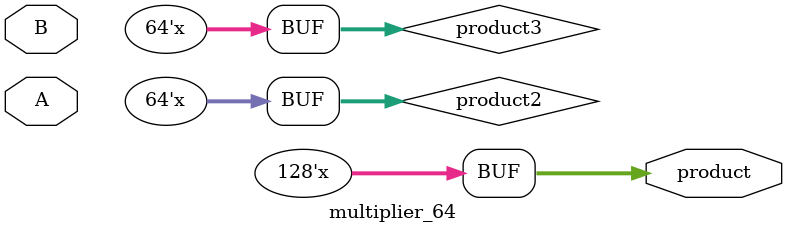
<source format=v>
module multiplier_64(output [127:0] product, input [63:0] A, B);
    /*
        Implement a 64 bit multiplier with a 128 bit output.
        The output should be the same as the input (A) and (B) multiplied together.
        This implementation uses a 64 bit by 64 bit multiply and a 128 bit adder.
    */
    
    //Declare intermediate products
    wire [63:0] product1, product2, product3;
    
    //Multiply the inputs
    assign product1 = A * B;
    
    //Add the intermediate products
    assign product2 = product1[63:0] + product[95:64];
    assign product3 = product1[127:64] + product2[127:64];
    
    //Assign the final product
    assign product[127:64] = product3[127:64];
    assign product[63:0] = product2[63:0];
    
endmodule
</source>
